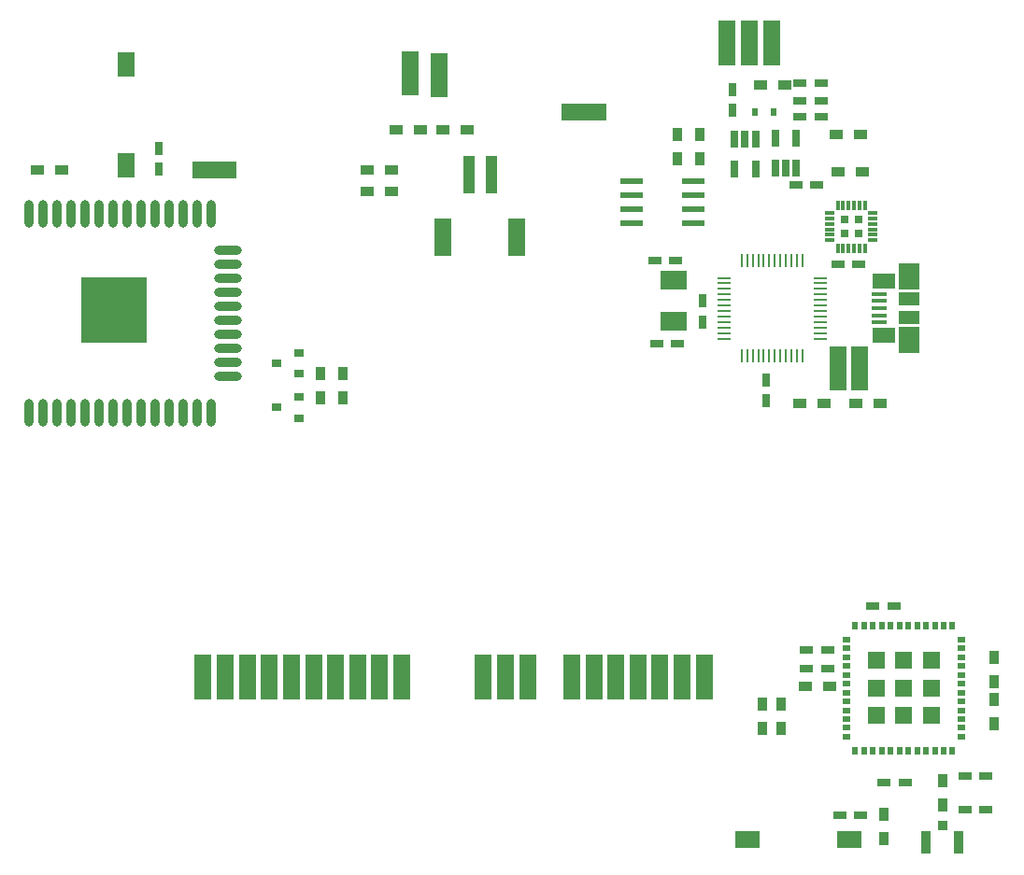
<source format=gbp>
G04 #@! TF.FileFunction,Paste,Bot*
%FSLAX46Y46*%
G04 Gerber Fmt 4.6, Leading zero omitted, Abs format (unit mm)*
G04 Created by KiCad (PCBNEW 4.0.7) date Thu Dec  7 16:12:30 2017*
%MOMM*%
%LPD*%
G01*
G04 APERTURE LIST*
%ADD10C,0.100000*%
%ADD11R,0.500000X0.800000*%
%ADD12R,0.800000X0.500000*%
%ADD13R,1.600000X1.600000*%
%ADD14R,1.200000X0.750000*%
%ADD15R,0.750000X1.200000*%
%ADD16R,0.600000X0.800000*%
%ADD17R,1.200000X0.900000*%
%ADD18R,0.650000X1.560000*%
%ADD19R,0.950000X2.100000*%
%ADD20R,0.900000X0.950000*%
%ADD21R,0.900000X1.200000*%
%ADD22R,2.180000X1.600000*%
%ADD23R,1.300000X0.250000*%
%ADD24R,0.250000X1.300000*%
%ADD25O,0.900000X2.500000*%
%ADD26O,2.500000X0.900000*%
%ADD27R,6.000000X6.000000*%
%ADD28R,2.400000X1.700000*%
%ADD29R,0.995680X3.497580*%
%ADD30R,0.998220X3.497580*%
%ADD31R,1.498600X3.398520*%
%ADD32R,1.498600X3.395980*%
%ADD33R,1.998980X0.599440*%
%ADD34R,0.900000X0.800000*%
%ADD35R,1.600000X2.180000*%
%ADD36R,0.300000X0.850000*%
%ADD37R,0.850000X0.300000*%
%ADD38R,0.780000X0.780000*%
%ADD39R,1.380000X0.450000*%
%ADD40R,2.100000X1.475000*%
%ADD41R,1.900000X2.375000*%
%ADD42R,1.900000X1.175000*%
G04 APERTURE END LIST*
D10*
D11*
X171100000Y-113350000D03*
X171900000Y-113350000D03*
X172700000Y-113350000D03*
X173500000Y-113350000D03*
X174300000Y-113350000D03*
X175100000Y-113350000D03*
X175900000Y-113350000D03*
X176700000Y-113350000D03*
X177500000Y-113350000D03*
X178300000Y-113350000D03*
X179100000Y-113350000D03*
X179900000Y-113350000D03*
D12*
X180700000Y-114600000D03*
X180700000Y-115400000D03*
X180700000Y-116200000D03*
X180700000Y-117000000D03*
X180700000Y-117800000D03*
X180700000Y-118600000D03*
X180700000Y-119400000D03*
X180700000Y-120200000D03*
X180700000Y-121000000D03*
X180700000Y-121800000D03*
X180700000Y-122600000D03*
X180700000Y-123400000D03*
D11*
X179900000Y-124650000D03*
X179100000Y-124650000D03*
X178300000Y-124650000D03*
X177500000Y-124650000D03*
X176700000Y-124650000D03*
X175900000Y-124650000D03*
X175100000Y-124650000D03*
X174300000Y-124650000D03*
X173500000Y-124650000D03*
X172700000Y-124650000D03*
X171900000Y-124650000D03*
X171100000Y-124650000D03*
D12*
X170300000Y-123400000D03*
X170300000Y-122600000D03*
X170300000Y-121800000D03*
X170300000Y-121000000D03*
X170300000Y-120200000D03*
X170300000Y-119400000D03*
X170300000Y-118600000D03*
X170300000Y-117800000D03*
X170300000Y-117000000D03*
X170300000Y-116200000D03*
X170300000Y-115400000D03*
X170300000Y-114600000D03*
D13*
X173000000Y-116500000D03*
X173000000Y-119000000D03*
X173000000Y-121500000D03*
X175500000Y-116500000D03*
X175500000Y-119000000D03*
X175500000Y-121500000D03*
X178000000Y-116500000D03*
X178000000Y-119000000D03*
X178000000Y-121500000D03*
D14*
X173700000Y-127550000D03*
X175600000Y-127550000D03*
X168600000Y-117250000D03*
X166700000Y-117250000D03*
X168600000Y-115550000D03*
X166700000Y-115550000D03*
X174600000Y-111550000D03*
X172700000Y-111550000D03*
X171600000Y-130550000D03*
X169700000Y-130550000D03*
X165700000Y-73350000D03*
X167600000Y-73350000D03*
X166100000Y-64150000D03*
X168000000Y-64150000D03*
X166100000Y-65750000D03*
X168000000Y-65750000D03*
X166100000Y-67150000D03*
X168000000Y-67150000D03*
D15*
X157250000Y-85800000D03*
X157250000Y-83900000D03*
X159950000Y-66600000D03*
X159950000Y-64700000D03*
D14*
X155000000Y-87750000D03*
X153100000Y-87750000D03*
X154800000Y-80250000D03*
X152900000Y-80250000D03*
D16*
X162000000Y-66750000D03*
X163700000Y-66750000D03*
D17*
X171555000Y-68805000D03*
X169355000Y-68805000D03*
D18*
X160150000Y-69240000D03*
X161100000Y-69240000D03*
X162050000Y-69240000D03*
X162050000Y-71940000D03*
X160150000Y-71940000D03*
D19*
X177525000Y-133000000D03*
X180475000Y-133000000D03*
D20*
X179000000Y-131475000D03*
D21*
X183710000Y-118410000D03*
X183710000Y-116210000D03*
X183710000Y-120020000D03*
X183710000Y-122220000D03*
X173650000Y-132650000D03*
X173650000Y-130450000D03*
D17*
X166550000Y-118850000D03*
X168750000Y-118850000D03*
X164750000Y-64350000D03*
X162550000Y-64350000D03*
D21*
X157000000Y-68800000D03*
X157000000Y-71000000D03*
D17*
X133750000Y-68350000D03*
X135950000Y-68350000D03*
X129450000Y-68350000D03*
X131650000Y-68350000D03*
D22*
X170520000Y-132700000D03*
X161340000Y-132700000D03*
D23*
X159200000Y-87300000D03*
X159200000Y-86800000D03*
X159200000Y-86300000D03*
X159200000Y-85800000D03*
X159200000Y-85300000D03*
X159200000Y-84800000D03*
X159200000Y-84300000D03*
X159200000Y-83800000D03*
X159200000Y-83300000D03*
X159200000Y-82800000D03*
X159200000Y-82300000D03*
X159200000Y-81800000D03*
D24*
X160800000Y-80200000D03*
X161300000Y-80200000D03*
X161800000Y-80200000D03*
X162300000Y-80200000D03*
X162800000Y-80200000D03*
X163300000Y-80200000D03*
X163800000Y-80200000D03*
X164300000Y-80200000D03*
X164800000Y-80200000D03*
X165300000Y-80200000D03*
X165800000Y-80200000D03*
X166300000Y-80200000D03*
D23*
X167900000Y-81800000D03*
X167900000Y-82300000D03*
X167900000Y-82800000D03*
X167900000Y-83300000D03*
X167900000Y-83800000D03*
X167900000Y-84300000D03*
X167900000Y-84800000D03*
X167900000Y-85300000D03*
X167900000Y-85800000D03*
X167900000Y-86300000D03*
X167900000Y-86800000D03*
X167900000Y-87300000D03*
D24*
X166300000Y-88900000D03*
X165800000Y-88900000D03*
X165300000Y-88900000D03*
X164800000Y-88900000D03*
X164300000Y-88900000D03*
X163800000Y-88900000D03*
X163300000Y-88900000D03*
X162800000Y-88900000D03*
X162300000Y-88900000D03*
X161800000Y-88900000D03*
X161300000Y-88900000D03*
X160800000Y-88900000D03*
D25*
X96250000Y-94000000D03*
X97520000Y-94000000D03*
X98790000Y-94000000D03*
X100060000Y-94000000D03*
X101330000Y-94000000D03*
X102600000Y-94000000D03*
X103870000Y-94000000D03*
X105140000Y-94000000D03*
X106410000Y-94000000D03*
X107680000Y-94000000D03*
X108950000Y-94000000D03*
X110220000Y-94000000D03*
X111490000Y-94000000D03*
X112760000Y-94000000D03*
D26*
X114250000Y-90715000D03*
X114250000Y-89445000D03*
X114250000Y-88175000D03*
X114250000Y-86905000D03*
X114250000Y-85635000D03*
X114250000Y-84365000D03*
X114250000Y-83095000D03*
X114250000Y-81825000D03*
X114250000Y-80555000D03*
X114250000Y-79285000D03*
D25*
X112760000Y-76000000D03*
X111490000Y-76000000D03*
X110220000Y-76000000D03*
X108950000Y-76000000D03*
X107680000Y-76000000D03*
X106410000Y-76000000D03*
X105140000Y-76000000D03*
X103870000Y-76000000D03*
X102600000Y-76000000D03*
X101330000Y-76000000D03*
X100060000Y-76000000D03*
X98790000Y-76000000D03*
X97520000Y-76000000D03*
X96250000Y-76000000D03*
D27*
X103950000Y-84700000D03*
D18*
X165730000Y-71870000D03*
X164780000Y-71870000D03*
X163830000Y-71870000D03*
X163830000Y-69170000D03*
X165730000Y-69170000D03*
D28*
X154650000Y-85700000D03*
X154650000Y-82000000D03*
D15*
X108000000Y-71950000D03*
X108000000Y-70050000D03*
X163000000Y-91050000D03*
X163000000Y-92950000D03*
D14*
X169500000Y-80600000D03*
X171400000Y-80600000D03*
D17*
X166065000Y-93170000D03*
X168265000Y-93170000D03*
D29*
X138098480Y-72401980D03*
D30*
X136096960Y-72401980D03*
D31*
X140442900Y-78150000D03*
D32*
X133750000Y-78150000D03*
D33*
X156444000Y-73045000D03*
X156444000Y-74315000D03*
X156444000Y-75585000D03*
X156444000Y-76855000D03*
X150856000Y-76855000D03*
X150856000Y-75585000D03*
X150856000Y-74315000D03*
X150856000Y-73045000D03*
D34*
X120650000Y-92600000D03*
X120650000Y-94500000D03*
X118650000Y-93550000D03*
X120650000Y-88600000D03*
X120650000Y-90500000D03*
X118650000Y-89550000D03*
D17*
X171750000Y-72150000D03*
X169550000Y-72150000D03*
X97000000Y-72000000D03*
X99200000Y-72000000D03*
X171145000Y-93170000D03*
X173345000Y-93170000D03*
D21*
X154950000Y-68800000D03*
X154950000Y-71000000D03*
X122650000Y-92650000D03*
X122650000Y-90450000D03*
X124650000Y-90450000D03*
X124650000Y-92650000D03*
D35*
X105000000Y-71590000D03*
X105000000Y-62410000D03*
D36*
X172000000Y-79100000D03*
X171500000Y-79100000D03*
X171000000Y-79100000D03*
X170500000Y-79100000D03*
X170000000Y-79100000D03*
X169500000Y-79100000D03*
D37*
X168800000Y-78400000D03*
X168800000Y-77900000D03*
X168800000Y-77400000D03*
X168800000Y-76900000D03*
X168800000Y-76400000D03*
X168800000Y-75900000D03*
D36*
X169500000Y-75200000D03*
X170000000Y-75200000D03*
X170500000Y-75200000D03*
X171000000Y-75200000D03*
X171500000Y-75200000D03*
X172000000Y-75200000D03*
D37*
X172700000Y-75900000D03*
X172700000Y-76400000D03*
X172700000Y-76900000D03*
X172700000Y-77400000D03*
X172700000Y-77900000D03*
X172700000Y-78400000D03*
D38*
X170100000Y-76500000D03*
X171400000Y-76500000D03*
X170100000Y-77800000D03*
X171400000Y-77800000D03*
D14*
X181050000Y-130000000D03*
X182950000Y-130000000D03*
X181050000Y-127000000D03*
X182950000Y-127000000D03*
D21*
X179000000Y-129600000D03*
X179000000Y-127400000D03*
D39*
X173290000Y-83250000D03*
X173290000Y-83900000D03*
X173290000Y-84550000D03*
X173290000Y-85200000D03*
X173290000Y-85850000D03*
D40*
X173650000Y-82087500D03*
X173650000Y-87012500D03*
D41*
X175950000Y-81640000D03*
X175950000Y-87460000D03*
D42*
X175950000Y-83710000D03*
X175950000Y-85390000D03*
D21*
X162650000Y-122680000D03*
X162650000Y-120480000D03*
X164350000Y-122680000D03*
X164350000Y-120480000D03*
D10*
G36*
X148500000Y-66038000D02*
X148500000Y-67562000D01*
X144500000Y-67562000D01*
X144500000Y-66038000D01*
X148500000Y-66038000D01*
X148500000Y-66038000D01*
G37*
G36*
X160262000Y-62500000D02*
X158738000Y-62500000D01*
X158738000Y-58500000D01*
X160262000Y-58500000D01*
X160262000Y-62500000D01*
X160262000Y-62500000D01*
G37*
G36*
X168738000Y-88000000D02*
X170262000Y-88000000D01*
X170262000Y-92000000D01*
X168738000Y-92000000D01*
X168738000Y-88000000D01*
X168738000Y-88000000D01*
G37*
G36*
X130762000Y-120000000D02*
X129238000Y-120000000D01*
X129238000Y-116000000D01*
X130762000Y-116000000D01*
X130762000Y-120000000D01*
X130762000Y-120000000D01*
G37*
G36*
X128762000Y-120000000D02*
X127238000Y-120000000D01*
X127238000Y-116000000D01*
X128762000Y-116000000D01*
X128762000Y-120000000D01*
X128762000Y-120000000D01*
G37*
G36*
X126762000Y-120000000D02*
X125238000Y-120000000D01*
X125238000Y-116000000D01*
X126762000Y-116000000D01*
X126762000Y-120000000D01*
X126762000Y-120000000D01*
G37*
G36*
X124762000Y-120000000D02*
X123238000Y-120000000D01*
X123238000Y-116000000D01*
X124762000Y-116000000D01*
X124762000Y-120000000D01*
X124762000Y-120000000D01*
G37*
G36*
X122762000Y-120000000D02*
X121238000Y-120000000D01*
X121238000Y-116000000D01*
X122762000Y-116000000D01*
X122762000Y-120000000D01*
X122762000Y-120000000D01*
G37*
G36*
X120762000Y-120000000D02*
X119238000Y-120000000D01*
X119238000Y-116000000D01*
X120762000Y-116000000D01*
X120762000Y-120000000D01*
X120762000Y-120000000D01*
G37*
G36*
X118762000Y-120000000D02*
X117238000Y-120000000D01*
X117238000Y-116000000D01*
X118762000Y-116000000D01*
X118762000Y-120000000D01*
X118762000Y-120000000D01*
G37*
G36*
X134162000Y-65400000D02*
X132638000Y-65400000D01*
X132638000Y-61400000D01*
X134162000Y-61400000D01*
X134162000Y-65400000D01*
X134162000Y-65400000D01*
G37*
G36*
X131512000Y-65250000D02*
X129988000Y-65250000D01*
X129988000Y-61250000D01*
X131512000Y-61250000D01*
X131512000Y-65250000D01*
X131512000Y-65250000D01*
G37*
G36*
X111000000Y-72762000D02*
X111000000Y-71238000D01*
X115000000Y-71238000D01*
X115000000Y-72762000D01*
X111000000Y-72762000D01*
X111000000Y-72762000D01*
G37*
G36*
X164262000Y-62500000D02*
X162738000Y-62500000D01*
X162738000Y-58500000D01*
X164262000Y-58500000D01*
X164262000Y-62500000D01*
X164262000Y-62500000D01*
G37*
G36*
X158162000Y-120000000D02*
X156638000Y-120000000D01*
X156638000Y-116000000D01*
X158162000Y-116000000D01*
X158162000Y-120000000D01*
X158162000Y-120000000D01*
G37*
G36*
X162262000Y-62500000D02*
X160738000Y-62500000D01*
X160738000Y-58500000D01*
X162262000Y-58500000D01*
X162262000Y-62500000D01*
X162262000Y-62500000D01*
G37*
G36*
X146162000Y-120000000D02*
X144638000Y-120000000D01*
X144638000Y-116000000D01*
X146162000Y-116000000D01*
X146162000Y-120000000D01*
X146162000Y-120000000D01*
G37*
G36*
X148162000Y-120000000D02*
X146638000Y-120000000D01*
X146638000Y-116000000D01*
X148162000Y-116000000D01*
X148162000Y-120000000D01*
X148162000Y-120000000D01*
G37*
G36*
X152162000Y-120000000D02*
X150638000Y-120000000D01*
X150638000Y-116000000D01*
X152162000Y-116000000D01*
X152162000Y-120000000D01*
X152162000Y-120000000D01*
G37*
G36*
X150162000Y-120000000D02*
X148638000Y-120000000D01*
X148638000Y-116000000D01*
X150162000Y-116000000D01*
X150162000Y-120000000D01*
X150162000Y-120000000D01*
G37*
G36*
X154162000Y-120000000D02*
X152638000Y-120000000D01*
X152638000Y-116000000D01*
X154162000Y-116000000D01*
X154162000Y-120000000D01*
X154162000Y-120000000D01*
G37*
G36*
X156162000Y-120000000D02*
X154638000Y-120000000D01*
X154638000Y-116000000D01*
X156162000Y-116000000D01*
X156162000Y-120000000D01*
X156162000Y-120000000D01*
G37*
G36*
X138162000Y-120000000D02*
X136638000Y-120000000D01*
X136638000Y-116000000D01*
X138162000Y-116000000D01*
X138162000Y-120000000D01*
X138162000Y-120000000D01*
G37*
G36*
X142162000Y-120000000D02*
X140638000Y-120000000D01*
X140638000Y-116000000D01*
X142162000Y-116000000D01*
X142162000Y-120000000D01*
X142162000Y-120000000D01*
G37*
G36*
X140162000Y-120000000D02*
X138638000Y-120000000D01*
X138638000Y-116000000D01*
X140162000Y-116000000D01*
X140162000Y-120000000D01*
X140162000Y-120000000D01*
G37*
G36*
X114762000Y-120000000D02*
X113238000Y-120000000D01*
X113238000Y-116000000D01*
X114762000Y-116000000D01*
X114762000Y-120000000D01*
X114762000Y-120000000D01*
G37*
G36*
X116762000Y-120000000D02*
X115238000Y-120000000D01*
X115238000Y-116000000D01*
X116762000Y-116000000D01*
X116762000Y-120000000D01*
X116762000Y-120000000D01*
G37*
G36*
X112762000Y-120000000D02*
X111238000Y-120000000D01*
X111238000Y-116000000D01*
X112762000Y-116000000D01*
X112762000Y-120000000D01*
X112762000Y-120000000D01*
G37*
G36*
X170738000Y-88000000D02*
X172262000Y-88000000D01*
X172262000Y-92000000D01*
X170738000Y-92000000D01*
X170738000Y-88000000D01*
X170738000Y-88000000D01*
G37*
D17*
X126900000Y-74000000D03*
X129100000Y-74000000D03*
X126900000Y-72000000D03*
X129100000Y-72000000D03*
M02*

</source>
